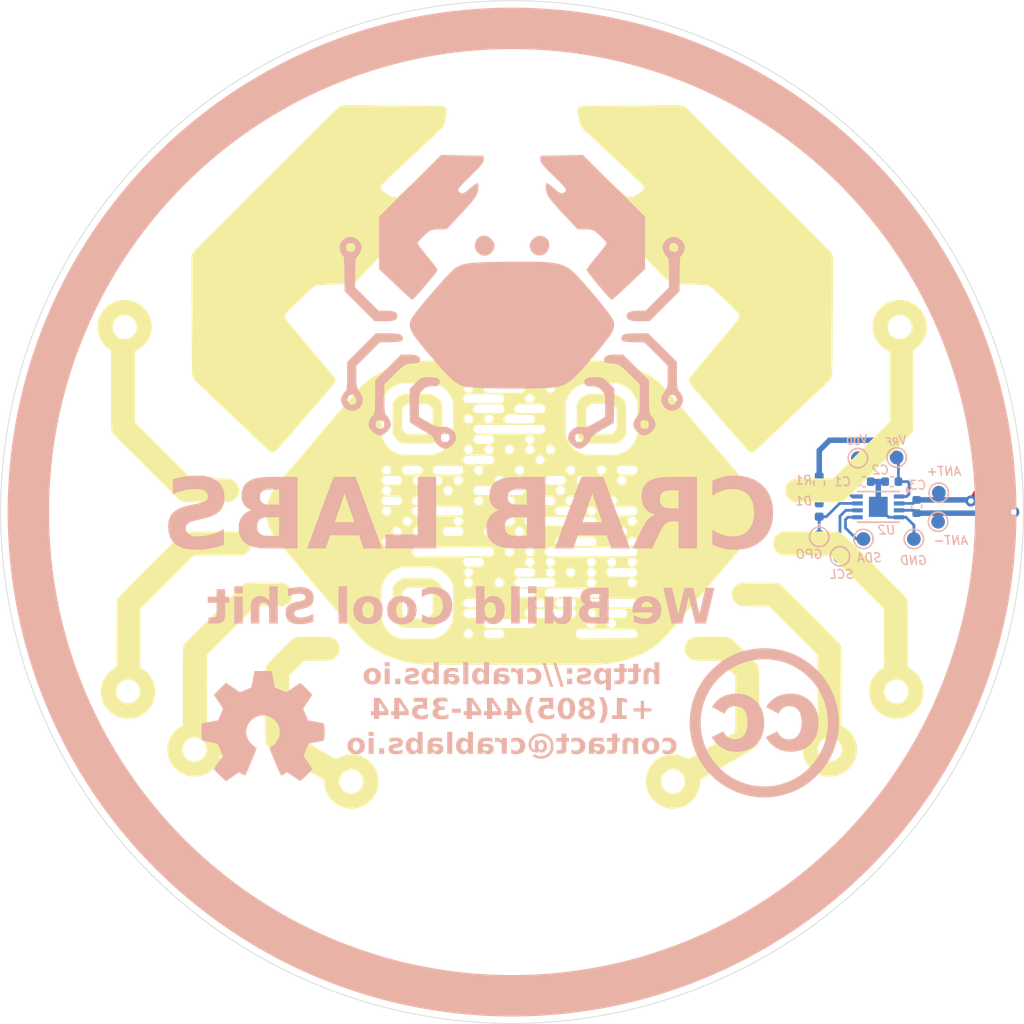
<source format=kicad_pcb>
(kicad_pcb (version 20240108) (generator "pcbnew") (generator_version "8.0")
  (title_block (title "Business Card") (date "2024-05-19") (rev "1") (company "Crab Labs") (comment 1 "Author: Orion Serup") (comment 2 "License: CC BY-SA 4.0"))
  (layers (0 "F.Cu" signal) (31 "B.Cu" signal) (34 "B.Paste" user) (35 "F.Paste" user) (36 "B.SilkS" user "B.Silkscreen") (37 "F.SilkS" user "F.Silkscreen") (38 "B.Mask" user) (39 "F.Mask" user) (44 "Edge.Cuts" user))
  (net 0 "")
  (net 1 "/V_{DD}")
  (net 2 "/GND")
  (net 3 "/V_{RF}")
  (net 4 "/SDA")
  (net 5 "/SCL")
  (net 6 "/GPO")
  (net 7 "Net-(D1-A)")
  (net 8 "/ANT+")
  (net 9 "/ANT-")
  (footprint "LOGO" (layer "F.Cu") (at 150 76)
    (property "Reference" "G***" (hide yes))
    (property "Value" "LOGO" (hide yes))
  )
  (footprint "Footprints:Antenna" (layer "F.Cu") (at 150.1 79.9)
    (property "Reference" "AE1" (hide yes))
    (property "Value" "NFC Antenna")
    (fp_line (start 33.1 -0.7) (end 33.941329 -1.996549) (stroke (width 0.4)) (layer "F.Cu"))
    (fp_line (start 34 0) (end 34.963899 -1.589268) (stroke (width 0.4)) (layer "F.Cu"))
    (fp_line (start 35 0) (end 36 -1.5) (stroke (width 0.4)) (layer "F.Cu"))
    (fp_arc (start 34 0) (mid -33.985329 0.998705) (end 33.941329 -1.996549) (stroke (width 0.4)) (layer "F.Cu"))
    (fp_arc (start 35 0) (mid -34.990974 0.794835) (end 34.963899 -1.589268) (stroke (width 0.4)) (layer "F.Cu"))
    (fp_arc (start 36.031236 0) (mid -36.023426 0.750189) (end 35.999999 -1.5) (stroke (width 0.4)) (layer "F.Cu"))
    (pad "1" thru_hole circle (at 36.2 0.1) (size 0.8 0.8) (drill 0.4) (layers "*.Cu" "*.Mask") (net 9 "/ANT-"))
    (pad "2" thru_hole circle (at 33.1 -0.7) (size 0.8 0.8) (drill 0.4) (layers "*.Cu" "*.Mask") (net 8 "/ANT+"))
  )
  (footprint "TestPoint:TestPoint_Pad_D1.0mm" (layer "B.Cu") (at 179.075 81.95 180)
    (property "Reference" "TP4" (hide yes))
    (property "Value" "GND" (at 0 -1.55 0) (layer "B.SilkS") (effects (font (size 0.635 0.635) (thickness 0.1016) (italic yes)) (justify mirror)))
    (pad "1" smd circle (at 0 0 180) (size 1 1) (layers "B.Cu" "B.Mask") (net 2 "/GND"))
  )
  (footprint "Package_DFN_QFN:DFN-8-1EP_3x2mm_P0.5mm_EP1.36x1.46mm" (layer "B.Cu") (at 176.5 79.625 180)
    (property "Reference" "U2" (at -0.625 -1.675 0) (layer "B.SilkS") (effects (font (size 0.635 0.635) (thickness 0.1016) (italic yes)) (justify mirror)))
    (property "Value" "ST25DV04K")
    (pad "1" smd rect (at -1.5 0.75 180) (size 0.75 0.3) (layers "B.Cu" "B.Paste" "B.Mask") (net 3 "/V_{RF}"))
    (pad "2" smd rect (at -1.5 0.25 180) (size 0.75 0.3) (layers "B.Cu" "B.Paste" "B.Mask") (net 8 "/ANT+"))
    (pad "3" smd rect (at -1.5 -0.25 180) (size 0.75 0.3) (layers "B.Cu" "B.Paste" "B.Mask") (net 9 "/ANT-"))
    (pad "4" smd rect (at -1.5 -0.75 180) (size 0.75 0.3) (layers "B.Cu" "B.Paste" "B.Mask") (net 2 "/GND"))
    (pad "4" smd rect (at 0 0 180) (size 1.36 1.46) (layers "B.Cu" "B.Mask") (net 2 "/GND"))
    (pad "5" smd rect (at 1.5 -0.75 180) (size 0.75 0.3) (layers "B.Cu" "B.Paste" "B.Mask") (net 4 "/SDA"))
    (pad "6" smd rect (at 1.5 -0.25 180) (size 0.75 0.3) (layers "B.Cu" "B.Paste" "B.Mask") (net 5 "/SCL"))
    (pad "7" smd rect (at 1.5 0.25 180) (size 0.75 0.3) (layers "B.Cu" "B.Paste" "B.Mask") (net 6 "/GPO"))
    (pad "8" smd rect (at 1.5 0.75 180) (size 0.75 0.3) (layers "B.Cu" "B.Paste" "B.Mask") (net 1 "/V_{DD}"))
  )
  (footprint "TestPoint:TestPoint_Pad_D1.0mm" (layer "B.Cu") (at 180.875 78.6 180)
    (property "Reference" "TP7" (hide yes))
    (property "Value" "ANT+" (at -0.4 1.55 0) (layer "B.SilkS") (effects (font (size 0.635 0.635) (thickness 0.1016) (italic yes)) (justify mirror)))
    (pad "1" smd circle (at 0 0 180) (size 1 1) (layers "B.Cu" "B.Mask") (net 8 "/ANT+"))
  )
  (footprint "Symbol:OSHW-Symbol_8.9x8mm_SilkScreen" (layer "B.Cu") (at 132 95.5 180)
    (property "Reference" "REF**" (hide yes))
    (property "Value" "OSHW-Symbol_8.9x8mm_SilkScreen" (hide yes))
  )
  (footprint "Capacitor_SMD:C_0402_1005Metric" (layer "B.Cu") (at 177.475 77.8 180)
    (property "Reference" "C2" (at 0.8 0.85 0) (layer "B.SilkS") (effects (font (size 0.635 0.635) (thickness 0.1016) (italic yes)) (justify mirror)))
    (property "Value" "100nF")
    (pad "1" smd roundrect (at -0.48 0 180) (size 0.56 0.62) (layers "B.Cu" "B.Paste" "B.Mask") (net 3 "/V_{RF}"))
    (pad "2" smd roundrect (at 0.48 0 180) (size 0.56 0.62) (layers "B.Cu" "B.Paste" "B.Mask") (net 2 "/GND"))
  )
  (footprint "TestPoint:TestPoint_Pad_D1.0mm" (layer "B.Cu") (at 180.825 80.7 180)
    (property "Reference" "TP8" (hide yes))
    (property "Value" "ANT-" (at -0.95 -1.35 0) (layer "B.SilkS") (effects (font (size 0.635 0.635) (thickness 0.1016) (italic yes)) (justify mirror)))
    (pad "1" smd circle (at 0 0 180) (size 1 1) (layers "B.Cu" "B.Mask") (net 9 "/ANT-"))
  )
  (footprint "LOGO" (layer "B.Cu") (at 150 64.75 180)
    (property "Reference" "G***" (hide yes))
    (property "Value" "LOGO" (hide yes))
  )
  (footprint "TestPoint:TestPoint_Pad_D1.0mm" (layer "B.Cu") (at 172.225 81.8 180)
    (property "Reference" "TP5" (hide yes))
    (property "Value" "GPO" (at 0.7 -1.25 0) (layer "B.SilkS") (effects (font (size 0.635 0.635) (thickness 0.1016) (italic yes)) (justify mirror)))
    (pad "1" smd circle (at 0 0 180) (size 1 1) (layers "B.Cu" "B.Mask") (net 6 "/GPO"))
  )
  (footprint "TestPoint:TestPoint_Pad_D1.0mm" (layer "B.Cu") (at 177.825 76.05 180)
    (property "Reference" "TP6" (hide yes))
    (property "Value" "V_{RF}" (at 0 1.25 0) (layer "B.SilkS") (effects (font (size 0.635 0.635) (thickness 0.1016) (italic yes)) (justify mirror)))
    (pad "1" smd circle (at 0 0 180) (size 1 1) (layers "B.Cu" "B.Mask") (net 3 "/V_{RF}"))
  )
  (footprint "TestPoint:TestPoint_Pad_D1.0mm" (layer "B.Cu") (at 175.425 81.95 180)
    (property "Reference" "TP1" (hide yes))
    (property "Value" "SDA" (at -0.45 -1.35 0) (layer "B.SilkS") (effects (font (size 0.635 0.635) (thickness 0.1016) (italic yes)) (justify mirror)))
    (pad "1" smd circle (at 0 0 180) (size 1 1) (layers "B.Cu" "B.Mask") (net 4 "/SDA"))
  )
  (footprint "Capacitor_SMD:C_0402_1005Metric" (layer "B.Cu") (at 175.475 77.8)
    (property "Reference" "C1" (at -1.55 0 0) (layer "B.SilkS") (effects (font (size 0.635 0.635) (thickness 0.1016) (italic yes)) (justify mirror)))
    (property "Value" "100nF")
    (pad "1" smd roundrect (at -0.48 0) (size 0.56 0.62) (layers "B.Cu" "B.Paste" "B.Mask") (net 1 "/V_{DD}"))
    (pad "2" smd roundrect (at 0.48 0) (size 0.56 0.62) (layers "B.Cu" "B.Paste" "B.Mask") (net 2 "/GND"))
  )
  (footprint "TestPoint:TestPoint_Pad_D1.0mm" (layer "B.Cu") (at 175.025 76.1 180)
    (property "Reference" "TP3" (hide yes))
    (property "Value" "V_{DD}" (at 0.05 1.35 0) (layer "B.SilkS") (effects (font (size 0.635 0.635) (thickness 0.1016) (italic yes)) (justify mirror)))
    (pad "1" smd circle (at 0 0 180) (size 1 1) (layers "B.Cu" "B.Mask") (net 1 "/V_{DD}"))
  )
  (footprint "LED_SMD:LED_0402_1005Metric" (layer "B.Cu") (at 172.225 79.85 90)
    (property "Reference" "D1" (at 0.65 -1.1 0) (layer "B.SilkS") (effects (font (size 0.635 0.635) (thickness 0.1016) (italic yes)) (justify mirror)))
    (property "Value" "Red")
    (pad "1" smd roundrect (at -0.485 0 90) (size 0.59 0.64) (layers "B.Cu" "B.Paste" "B.Mask") (net 6 "/GPO"))
    (pad "2" smd roundrect (at 0.485 0 90) (size 0.59 0.64) (layers "B.Cu" "B.Paste" "B.Mask") (net 7 "Net-(D1-A)"))
  )
  (footprint "Resistor_SMD:R_0402_1005Metric" (layer "B.Cu") (at 172.225 77.9175 -90)
    (property "Reference" "R1" (at -0.2175 1.1 0) (layer "B.SilkS") (effects (font (size 0.635 0.635) (thickness 0.1016) (italic yes)) (justify mirror)))
    (property "Value" "4.7k")
    (pad "1" smd roundrect (at -0.51 0 270) (size 0.54 0.64) (layers "B.Cu" "B.Paste" "B.Mask") (net 3 "/V_{RF}"))
    (pad "2" smd roundrect (at 0.51 0 270) (size 0.54 0.64) (layers "B.Cu" "B.Paste" "B.Mask") (net 7 "Net-(D1-A)"))
  )
  (footprint "Capacitor_SMD:C_0402_1005Metric" (layer "B.Cu") (at 179.275 79.6 -90)
    (property "Reference" "C3" (at -1.55 -0.1 0) (layer "B.SilkS") (effects (font (size 0.635 0.635) (thickness 0.1016) (italic yes)) (justify mirror)))
    (property "Value" "39pF")
    (pad "1" smd roundrect (at -0.48 0 270) (size 0.56 0.62) (layers "B.Cu" "B.Paste" "B.Mask") (net 8 "/ANT+"))
    (pad "2" smd roundrect (at 0.48 0 270) (size 0.56 0.62) (layers "B.Cu" "B.Paste" "B.Mask") (net 9 "/ANT-"))
  )
  (footprint "Symbol:Symbol_CreativeCommons_SilkScreenTop_Type2_Big" (layer "B.Cu") (at 168.25 95.25 180)
    (property "Reference" "REF**" (hide yes))
    (property "Value" "Symbol_CreativeCommons_SilkScreenTop_Type2_Big" (hide yes))
  )
  (footprint "TestPoint:TestPoint_Pad_D1.0mm" (layer "B.Cu") (at 173.725 83.2 180)
    (property "Reference" "TP2" (hide yes))
    (property "Value" "SCL" (at -0.15 -1.3 0) (layer "B.SilkS") (effects (font (size 0.635 0.635) (thickness 0.1016) (italic yes)) (justify mirror)))
    (pad "1" smd circle (at 0 0 180) (size 1 1) (layers "B.Cu" "B.Mask") (net 5 "/SCL"))
  )
  (gr_circle (center 150 80) (end 185 80) (stroke (width 3)) (fill none) (layer "B.SilkS"))
  (gr_circle (center 150 80) (end 187 80) (stroke (width 0.05)) (fill none) (layer "Edge.Cuts"))
  (gr_text "We Build Cool Shit" (at 164.75 88.5 0) (layer "B.SilkS") (effects (font (size 2.54 2.54) (thickness 0.508) (bold yes)) (justify left bottom mirror)))
  (gr_text "https://crablabs.io\n+1(805)444-3544\ncontact@crablabs.io" (at 150 97.75 0) (layer "B.SilkS") (effects (font (size 1.5 1.5) (thickness 0.3) (bold yes)) (justify bottom mirror)))
  (gr_text "CRAB LABS" (at 169.25 83.5 0) (layer "B.SilkS") (effects (font (size 5.08 5.08) (thickness 1.016) (bold yes)) (justify left bottom mirror)))
  (segment (start 174.995 77.8) (end 174.575 77.8) (width 0.2) (layer "B.Cu") (net 1))
  (segment (start 174.995 77.8) (end 174.995 76.13) (width 0.2) (layer "B.Cu") (net 1))
  (segment (start 174.995 76.13) (end 175.025 76.1) (width 0.2) (layer "B.Cu") (net 1))
  (segment (start 174.375 78) (end 174.375 78.65) (width 0.2) (layer "B.Cu") (net 1))
  (segment (start 174.6 78.875) (end 174.375 78.65) (width 0.2) (layer "B.Cu") (net 1))
  (segment (start 174.575 77.8) (end 174.375 78) (width 0.2) (layer "B.Cu") (net 1))
  (segment (start 175 78.875) (end 174.6 78.875) (width 0.2) (layer "B.Cu") (net 1))
  (segment (start 177.25 80.375) (end 176.5 79.625) (width 0.2) (layer "B.Cu") (net 2))
  (segment (start 176.475 77.8) (end 176.995 77.8) (width 0.4) (layer "B.Cu") (net 2))
  (segment (start 175.955 77.8) (end 176.475 77.8) (width 0.4) (layer "B.Cu") (net 2))
  (segment (start 176.5 77.825) (end 176.5 79.625) (width 0.4) (layer "B.Cu") (net 2))
  (segment (start 178.5 80.375) (end 179.075 80.95) (width 0.2) (layer "B.Cu") (net 2))
  (segment (start 178 80.375) (end 177.25 80.375) (width 0.2) (layer "B.Cu") (net 2))
  (segment (start 179.075 80.95) (end 179.075 81.95) (width 0.2) (layer "B.Cu") (net 2))
  (segment (start 178 80.375) (end 178.5 80.375) (width 0.2) (layer "B.Cu") (net 2))
  (segment (start 176.475 77.8) (end 176.5 77.825) (width 0.4) (layer "B.Cu") (net 2))
  (segment (start 178.55 78.875) (end 178.725 78.7) (width 0.2) (layer "B.Cu") (net 3))
  (segment (start 177.955 76.18) (end 177.825 76.05) (width 0.2) (layer "B.Cu") (net 3))
  (segment (start 178.725 78.1) (end 178.725 77.9) (width 0.2) (layer "B.Cu") (net 3))
  (segment (start 178.625 77.8) (end 177.955 77.8) (width 0.2) (layer "B.Cu") (net 3))
  (segment (start 178 78.875) (end 178.55 78.875) (width 0.2) (layer "B.Cu") (net 3))
  (segment (start 177.825 76.05) (end 176.575 74.8) (width 0.4) (layer "B.Cu") (net 3))
  (segment (start 178.725 78.7) (end 178.725 78.1) (width 0.2) (layer "B.Cu") (net 3))
  (segment (start 177.955 77.8) (end 177.955 76.18) (width 0.2) (layer "B.Cu") (net 3))
  (segment (start 172.225 75.55) (end 172.225 77.4075) (width 0.4) (layer "B.Cu") (net 3))
  (segment (start 178.725 77.9) (end 178.625 77.8) (width 0.2) (layer "B.Cu") (net 3))
  (segment (start 172.975 74.8) (end 172.225 75.55) (width 0.4) (layer "B.Cu") (net 3))
  (segment (start 176.575 74.8) (end 172.975 74.8) (width 0.4) (layer "B.Cu") (net 3))
  (segment (start 174.125 81.15) (end 174.925 81.95) (width 0.2) (layer "B.Cu") (net 4))
  (segment (start 174.125 80.95) (end 174.125 81.15) (width 0.2) (layer "B.Cu") (net 4))
  (segment (start 174.3 80.375) (end 174.125 80.55) (width 0.2) (layer "B.Cu") (net 4))
  (segment (start 174.925 81.95) (end 175.425 81.95) (width 0.2) (layer "B.Cu") (net 4))
  (segment (start 174.125 80.55) (end 174.125 80.95) (width 0.2) (layer "B.Cu") (net 4))
  (segment (start 175 80.375) (end 174.3 80.375) (width 0.2) (layer "B.Cu") (net 4))
  (segment (start 174.15 79.875) (end 173.725 80.3) (width 0.2) (layer "B.Cu") (net 5))
  (segment (start 173.725 80.3) (end 173.725 83.2) (width 0.2) (layer "B.Cu") (net 5))
  (segment (start 174.225 79.875) (end 174.15 79.875) (width 0.2) (layer "B.Cu") (net 5))
  (segment (start 175 79.875) (end 174.225 79.875) (width 0.2) (layer "B.Cu") (net 5))
  (segment (start 175 79.375) (end 173.7 79.375) (width 0.2) (layer "B.Cu") (net 6))
  (segment (start 172.225 81.8) (end 172.11625 81.90875) (width 0.2) (layer "B.Cu") (net 6))
  (segment (start 172.74 80.335) (end 172.225 80.335) (width 0.2) (layer "B.Cu") (net 6))
  (segment (start 173.7 79.375) (end 172.74 80.335) (width 0.2) (layer "B.Cu") (net 6))
  (segment (start 172.225 80.335) (end 172.225 81.8) (width 0.2) (layer "B.Cu") (net 6))
  (segment (start 172.225 78.4275) (end 172.225 79.365) (width 0.4) (layer "B.Cu") (net 7))
  (segment (start 183.18 79.22) (end 183.2 79.2) (width 0.4) (layer "B.Cu") (net 8))
  (segment (start 178 79.375) (end 179.02 79.375) (width 0.2) (layer "B.Cu") (net 8))
  (segment (start 179.02 79.375) (end 179.275 79.12) (width 0.2) (layer "B.Cu") (net 8))
  (segment (start 183.12 79.12) (end 183.2 79.2) (width 0.4) (layer "B.Cu") (net 8))
  (segment (start 179.275 79.12) (end 183.12 79.12) (width 0.4) (layer "B.Cu") (net 8))
  (segment (start 186.02 80.28) (end 186.3 80) (width 0.4) (layer "B.Cu") (net 9))
  (segment (start 178 79.875) (end 179.07 79.875) (width 0.2) (layer "B.Cu") (net 9))
  (segment (start 179.275 80.08) (end 186.22 80.08) (width 0.4) (layer "B.Cu") (net 9))
  (segment (start 186.22 80.08) (end 186.3 80) (width 0.4) (layer "B.Cu") (net 9))
  (segment (start 179.07 79.875) (end 179.275 80.08) (width 0.2) (layer "B.Cu") (net 9))
)
</source>
